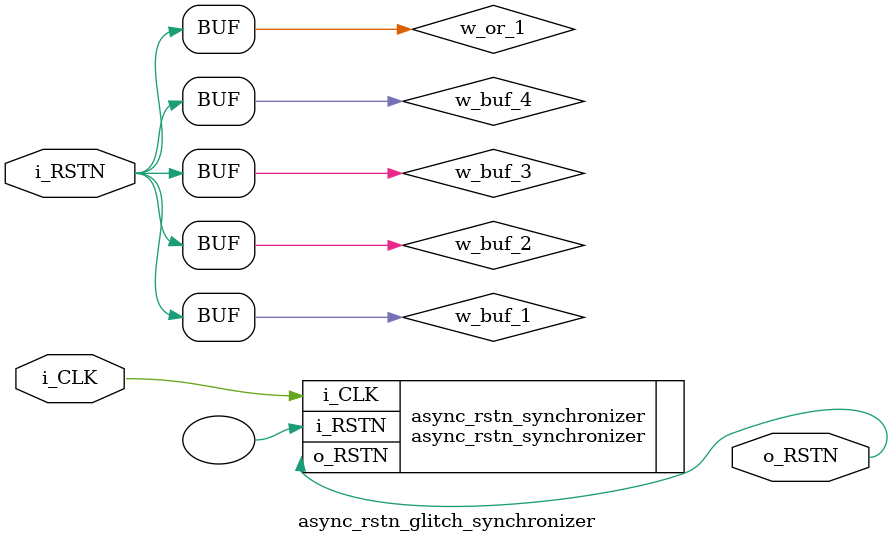
<source format=v>
module async_rstn_glitch_synchronizer (
  input i_CLK,
  input i_RSTN,
  output reg o_RSTN
  );

  wire w_buf_1;
  wire w_buf_2;
  wire w_buf_3;
  wire w_buf_4;
  wire w_or_1;
  buf(w_buf_1, i_RSTN);
  buf(w_buf_2, w_buf_1);
  buf(w_buf_3, w_buf_2);
  buf(w_buf_4, w_buf_3);
  or(w_or_1, w_buf_4, i_RSTN);
  async_rstn_synchronizer async_rstn_synchronizer (
    .i_CLK(i_CLK),
    .i_RSTN(),
    .o_RSTN(o_RSTN)
    );

endmodule //async_rst_n_glitch_synchronizer

</source>
